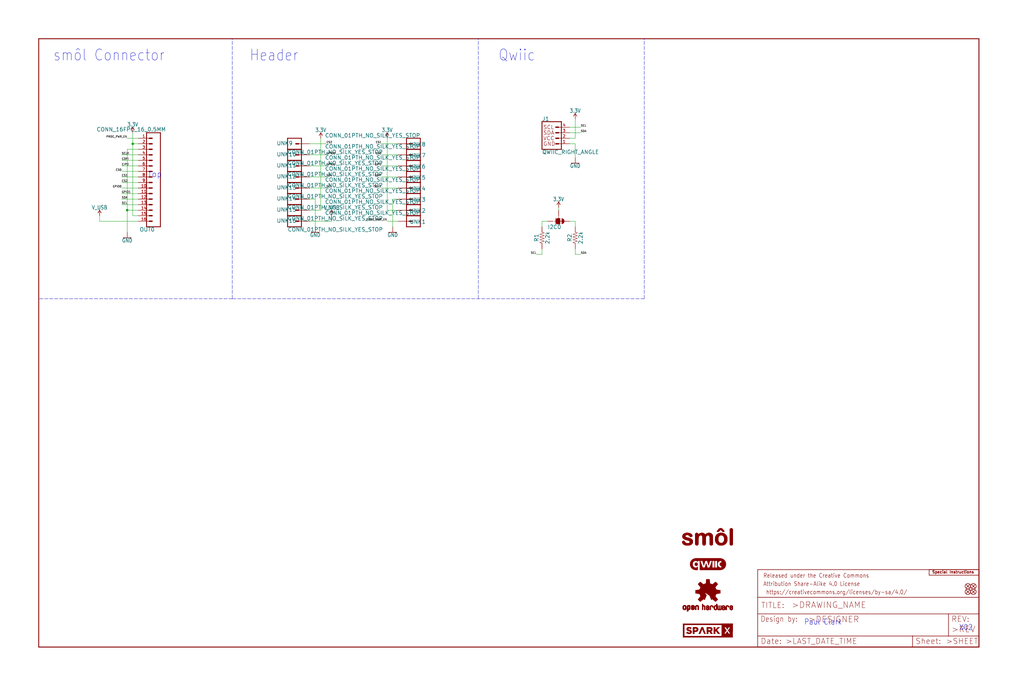
<source format=kicad_sch>
(kicad_sch (version 20211123) (generator eeschema)
  (paper "User" 470.306 317.906)
  (lib_symbols
    (symbol "eagleSchem-eagle-import:2.2KOHM-0603-1{slash}10W-1%"
      (property "Reference" "R" (at 0 1.524 0))
      (property "Value" "2.2KOHM-0603-1{slash}10W-1%" (at 0 -1.524 0))
      (symbol "2.2KOHM-0603-1{slash}10W-1%_1_0"
        (pin passive line (at -5.08 0 0) (length 2.54) (name "1") (number "1"))
        (pin passive line (at 5.08 0 180) (length 2.54) (name "2") (number "2"))
      )
    )
    (symbol "eagleSchem-eagle-import:3.3V" (power)
      (property "Value" "3.3V" (at 0 2.794 0))
      (symbol "3.3V_1_0"
        (pin power_in line (at 0 0 90) (length 2.54) (name "3.3V") (number "1"))
      )
    )
    (symbol "eagleSchem-eagle-import:CONN_01PTH_NO_SILK_YES_STOP"
      (property "Reference" "J" (at -2.54 3.048 0))
      (property "Value" "CONN_01PTH_NO_SILK_YES_STOP" (at -2.54 -4.826 0))
      (symbol "CONN_01PTH_NO_SILK_YES_STOP_1_0"
        (pin passive line (at 7.62 0 180) (length 5.08) (name "1") (number "1"))
      )
    )
    (symbol "eagleSchem-eagle-import:CONN_16FPC_16_0.5MM"
      (property "Reference" "J" (at 0 20.828 0))
      (property "Value" "CONN_16FPC_16_0.5MM" (at 0 -25.146 0))
      (symbol "CONN_16FPC_16_0.5MM_1_0"
        (pin passive line (at 10.16 -20.32 180) (length 5.08) (name "1") (number "1"))
        (pin passive line (at 10.16 2.54 180) (length 5.08) (name "10") (number "10"))
        (pin passive line (at 10.16 5.08 180) (length 5.08) (name "11") (number "11"))
        (pin passive line (at 10.16 7.62 180) (length 5.08) (name "12") (number "12"))
        (pin passive line (at 10.16 10.16 180) (length 5.08) (name "13") (number "13"))
        (pin passive line (at 10.16 12.7 180) (length 5.08) (name "14") (number "14"))
        (pin passive line (at 10.16 15.24 180) (length 5.08) (name "15") (number "15"))
        (pin passive line (at 10.16 17.78 180) (length 5.08) (name "16") (number "16"))
        (pin passive line (at 10.16 -17.78 180) (length 5.08) (name "2") (number "2"))
        (pin passive line (at 10.16 -15.24 180) (length 5.08) (name "3") (number "3"))
        (pin passive line (at 10.16 -12.7 180) (length 5.08) (name "4") (number "4"))
        (pin passive line (at 10.16 -10.16 180) (length 5.08) (name "5") (number "5"))
        (pin passive line (at 10.16 -7.62 180) (length 5.08) (name "6") (number "6"))
        (pin passive line (at 10.16 -5.08 180) (length 5.08) (name "7") (number "7"))
        (pin passive line (at 10.16 -2.54 180) (length 5.08) (name "8") (number "8"))
        (pin passive line (at 10.16 0 180) (length 5.08) (name "9") (number "9"))
      )
    )
    (symbol "eagleSchem-eagle-import:FIDUCIALUFIDUCIAL")
    (symbol "eagleSchem-eagle-import:FRAME-LEDGER"
      (symbol "FRAME-LEDGER_2_0"
        (text " https://creativecommons.org/licenses/by-sa/4.0/" (at 2.54 24.13 0) (effects (font (size 1.9304 1.6408)) (justify left bottom)))
        (text ">DESIGNER" (at 23.114 11.176 0) (effects (font (size 2.7432 2.7432)) (justify left bottom)))
        (text ">DRAWING_NAME" (at 15.494 17.78 0) (effects (font (size 2.7432 2.7432)) (justify left bottom)))
        (text ">LAST_DATE_TIME" (at 12.7 1.27 0) (effects (font (size 2.54 2.54)) (justify left bottom)))
        (text ">REV" (at 88.9 6.604 0) (effects (font (size 2.7432 2.7432)) (justify left bottom)))
        (text ">SHEET" (at 86.36 1.27 0) (effects (font (size 2.54 2.54)) (justify left bottom)))
        (text "Attribution Share-Alike 4.0 License" (at 2.54 27.94 0) (effects (font (size 1.9304 1.6408)) (justify left bottom)))
        (text "Date:" (at 1.27 1.27 0) (effects (font (size 2.54 2.54)) (justify left bottom)))
        (text "Design by:" (at 1.27 11.43 0) (effects (font (size 2.54 2.159)) (justify left bottom)))
        (text "Released under the Creative Commons" (at 2.54 31.75 0) (effects (font (size 1.9304 1.6408)) (justify left bottom)))
        (text "REV:" (at 88.9 11.43 0) (effects (font (size 2.54 2.54)) (justify left bottom)))
        (text "Sheet:" (at 72.39 1.27 0) (effects (font (size 2.54 2.54)) (justify left bottom)))
        (text "TITLE:" (at 1.524 17.78 0) (effects (font (size 2.54 2.54)) (justify left bottom)))
      )
    )
    (symbol "eagleSchem-eagle-import:GND" (power)
      (property "Value" "GND" (at 0 -0.254 0))
      (symbol "GND_1_0"
        (pin power_in line (at 0 2.54 270) (length 2.54) (name "GND") (number "1"))
      )
    )
    (symbol "eagleSchem-eagle-import:JUMPER-SMT_3_2-NC_TRACE_SILK"
      (property "Reference" "JP" (at 2.54 0.381 0))
      (property "Value" "JUMPER-SMT_3_2-NC_TRACE_SILK" (at 2.54 -0.381 0))
      (symbol "JUMPER-SMT_3_2-NC_TRACE_SILK_1_0"
        (pin passive line (at 0 5.08 270) (length 2.54) (name "1") (number "1"))
        (pin passive line (at -5.08 0 0) (length 2.54) (name "2") (number "2"))
        (pin passive line (at 0 -5.08 90) (length 2.54) (name "3") (number "3"))
      )
    )
    (symbol "eagleSchem-eagle-import:OSHW-LOGOMINI")
    (symbol "eagleSchem-eagle-import:QWIIC_CONNECTORJS-1MM"
      (property "Reference" "J" (at -5.08 7.874 0))
      (property "Value" "QWIIC_CONNECTORJS-1MM" (at -5.08 -5.334 0))
      (symbol "QWIIC_CONNECTORJS-1MM_1_0"
        (text "GND" (at -4.572 -2.54 0) (effects (font (size 1.778 1.778)) (justify left)))
        (text "SCL" (at -4.572 5.08 0) (effects (font (size 1.778 1.778)) (justify left)))
        (text "SDA" (at -4.572 2.54 0) (effects (font (size 1.778 1.778)) (justify left)))
        (text "VCC" (at -4.572 0 0) (effects (font (size 1.778 1.778)) (justify left)))
        (pin power_in line (at 7.62 -2.54 180) (length 5.08) (name "1") (number "1"))
        (pin power_in line (at 7.62 0 180) (length 5.08) (name "2") (number "2"))
        (pin passive line (at 7.62 2.54 180) (length 5.08) (name "3") (number "3"))
        (pin passive line (at 7.62 5.08 180) (length 5.08) (name "4") (number "4"))
      )
    )
    (symbol "eagleSchem-eagle-import:QWIIC_LOGO_5MM")
    (symbol "eagleSchem-eagle-import:SMOL_LOGOSMALL")
    (symbol "eagleSchem-eagle-import:SPARKX-LOGO3")
    (symbol "eagleSchem-eagle-import:SPECIAL_INSTRUCTIONS-ORDERING"
      (symbol "SPECIAL_INSTRUCTIONS-ORDERING_1_0"
        (text "Special Instructions" (at 1.27 0.6985 0) (effects (font (size 1.27 1.27) (thickness 0.254) bold) (justify left bottom)))
      )
    )
    (symbol "eagleSchem-eagle-import:V_USB" (power)
      (property "Value" "V_USB" (at 0 2.794 0))
      (symbol "V_USB_1_0"
        (pin power_in line (at 0 0 90) (length 2.54) (name "V_USB") (number "1"))
      )
    )
  )
  (junction (at 60.96 66.04))
  (junction (at 58.42 96.52))
  (wire (pts (xy 248.92 101.6) (xy 248.92 104.14)))
  (wire (pts (xy 147.32 96.52) (xy 147.32 63.5)))
  (wire (pts (xy 63.5 68.58) (xy 58.42 68.58)))
  (wire (pts (xy 182.88 91.44) (xy 180.34 91.44)))
  (wire (pts (xy 63.5 63.5) (xy 58.42 63.5)))
  (wire (pts (xy 152.4 101.6) (xy 152.4 99.06)))
  (wire (pts (xy 182.88 71.12) (xy 175.26 71.12)))
  (polyline (pts (xy 295.91 137.16) (xy 106.68 137.16)))
  (wire (pts (xy 63.5 76.2) (xy 55.88 76.2)))
  (wire (pts (xy 182.88 81.28) (xy 175.26 81.28)))
  (wire (pts (xy 182.88 66.04) (xy 175.26 66.04)))
  (wire (pts (xy 264.16 114.3) (xy 264.16 116.84)))
  (wire (pts (xy 142.24 81.28) (xy 149.86 81.28)))
  (wire (pts (xy 264.16 66.04) (xy 264.16 72.39)))
  (wire (pts (xy 248.92 116.84) (xy 246.38 116.84)))
  (wire (pts (xy 58.42 96.52) (xy 63.5 96.52)))
  (wire (pts (xy 63.5 78.74) (xy 55.88 78.74)))
  (wire (pts (xy 63.5 86.36) (xy 55.88 86.36)))
  (polyline (pts (xy 106.68 137.16) (xy 17.78 137.16)))
  (polyline (pts (xy 295.91 137.16) (xy 295.91 17.78)))
  (wire (pts (xy 63.5 73.66) (xy 55.88 73.66)))
  (wire (pts (xy 58.42 68.58) (xy 58.42 96.52)))
  (wire (pts (xy 261.62 63.5) (xy 264.16 63.5)))
  (wire (pts (xy 63.5 66.04) (xy 60.96 66.04)))
  (wire (pts (xy 58.42 106.68) (xy 58.42 96.52)))
  (wire (pts (xy 251.46 101.6) (xy 248.92 101.6)))
  (wire (pts (xy 63.5 71.12) (xy 55.88 71.12)))
  (wire (pts (xy 248.92 114.3) (xy 248.92 116.84)))
  (wire (pts (xy 142.24 86.36) (xy 149.86 86.36)))
  (wire (pts (xy 63.5 81.28) (xy 55.88 81.28)))
  (wire (pts (xy 142.24 101.6) (xy 152.4 101.6)))
  (wire (pts (xy 177.8 96.52) (xy 177.8 63.5)))
  (wire (pts (xy 142.24 96.52) (xy 147.32 96.52)))
  (wire (pts (xy 63.5 93.98) (xy 55.88 93.98)))
  (wire (pts (xy 261.62 101.6) (xy 264.16 101.6)))
  (wire (pts (xy 142.24 91.44) (xy 144.78 91.44)))
  (wire (pts (xy 142.24 71.12) (xy 149.86 71.12)))
  (wire (pts (xy 60.96 99.06) (xy 60.96 66.04)))
  (wire (pts (xy 264.16 63.5) (xy 264.16 54.61)))
  (polyline (pts (xy 106.68 137.16) (xy 106.68 17.78)))
  (wire (pts (xy 144.78 91.44) (xy 144.78 104.14)))
  (wire (pts (xy 142.24 76.2) (xy 149.86 76.2)))
  (wire (pts (xy 63.5 83.82) (xy 55.88 83.82)))
  (wire (pts (xy 256.54 96.52) (xy 256.54 95.25)))
  (wire (pts (xy 264.16 101.6) (xy 264.16 104.14)))
  (wire (pts (xy 261.62 58.42) (xy 266.7 58.42)))
  (wire (pts (xy 63.5 101.6) (xy 45.72 101.6)))
  (wire (pts (xy 63.5 88.9) (xy 55.88 88.9)))
  (wire (pts (xy 182.88 76.2) (xy 175.26 76.2)))
  (wire (pts (xy 142.24 66.04) (xy 149.86 66.04)))
  (wire (pts (xy 264.16 116.84) (xy 266.7 116.84)))
  (wire (pts (xy 182.88 96.52) (xy 177.8 96.52)))
  (wire (pts (xy 60.96 66.04) (xy 60.96 60.96)))
  (wire (pts (xy 45.72 101.6) (xy 45.72 99.06)))
  (wire (pts (xy 63.5 99.06) (xy 60.96 99.06)))
  (polyline (pts (xy 219.71 137.16) (xy 219.71 17.78)))
  (wire (pts (xy 261.62 66.04) (xy 264.16 66.04)))
  (wire (pts (xy 182.88 101.6) (xy 177.8 101.6)))
  (wire (pts (xy 63.5 91.44) (xy 55.88 91.44)))
  (wire (pts (xy 182.88 86.36) (xy 175.26 86.36)))
  (wire (pts (xy 261.62 60.96) (xy 266.7 60.96)))
  (wire (pts (xy 180.34 91.44) (xy 180.34 104.14)))
  (text "Qwiic" (at 228.854 28.448 180) (effects (font (size 5.08 4.318)) (justify left bottom)))
  (text "smôl Connector" (at 24.384 28.448 180) (effects (font (size 5.08 4.318)) (justify left bottom)))
  (text "Paul Clark" (at 369.316 287.274 180) (effects (font (size 2.54 2.159)) (justify left bottom)))
  (text "X02" (at 440.436 289.814 180) (effects (font (size 2.54 2.159)) (justify left bottom)))
  (text "Header" (at 114.554 28.448 180) (effects (font (size 5.08 4.318)) (justify left bottom)))
  (text "Top" (at 74.422 78.74 180) (effects (font (size 2.54 2.54)) (justify right top)))
  (label "CS1" (at 55.88 81.28 0) (effects (font (size 0.889 0.889))))
  (label "SCLK" (at 175.26 86.36 180) (effects (font (size 0.889 0.889))))
  (label "SCL" (at 149.86 86.36 0) (effects (font (size 0.889 0.889))))
  (label "CS2" (at 149.86 66.04 0) (effects (font (size 0.889 0.889))))
  (label "COPI" (at 55.88 73.66 0) (effects (font (size 0.889 0.889))))
  (label "PROC_PWR_EN" (at 58.42 63.5 180) (effects (font (size 0.889 0.889))))
  (label "SDA" (at 149.86 81.28 0) (effects (font (size 0.889 0.889))))
  (label "COPI" (at 175.26 81.28 180) (effects (font (size 0.889 0.889))))
  (label "GPIO0" (at 55.88 86.36 180) (effects (font (size 0.889 0.889))))
  (label "CS1" (at 175.26 66.04 180) (effects (font (size 0.889 0.889))))
  (label "SDA" (at 55.88 91.44 0) (effects (font (size 0.889 0.889))))
  (label "CIPO" (at 55.88 76.2 0) (effects (font (size 0.889 0.889))))
  (label "CIPO" (at 175.26 76.2 180) (effects (font (size 0.889 0.889))))
  (label "SDA" (at 266.7 116.84 0) (effects (font (size 0.889 0.889))))
  (label "CS0" (at 55.88 78.74 180) (effects (font (size 0.889 0.889))))
  (label "GPIO1" (at 55.88 88.9 0) (effects (font (size 0.889 0.889))))
  (label "PROC_PWR_EN" (at 177.8 101.6 180) (effects (font (size 0.889 0.889))))
  (label "GPIO1" (at 149.86 76.2 0) (effects (font (size 0.889 0.889))))
  (label "GPIO0" (at 149.86 71.12 0) (effects (font (size 0.889 0.889))))
  (label "SCL" (at 55.88 93.98 0) (effects (font (size 0.889 0.889))))
  (label "SDA" (at 266.7 60.96 0) (effects (font (size 0.889 0.889))))
  (label "SCL" (at 266.7 58.42 0) (effects (font (size 0.889 0.889))))
  (label "SCL" (at 246.38 116.84 180) (effects (font (size 0.889 0.889))))
  (label "CS0" (at 175.26 71.12 180) (effects (font (size 0.889 0.889))))
  (label "CS2" (at 55.88 83.82 0) (effects (font (size 0.889 0.889))))
  (label "SCLK" (at 55.88 71.12 0) (effects (font (size 0.889 0.889))))
  (symbol (lib_id "eagleSchem-eagle-import:SPECIAL_INSTRUCTIONS-ORDERING") (at 426.72 264.16 0) (unit 1)
    (property "Reference" "LOGO1" (effects hide))
    (property "Value" "SPECIAL_INSTRUCTIONS-ORDERING" (effects hide))
    (property "Footprint" "eagleSchem:ORDERING_INSTRUCTIONS" (effects hide))
  )
  (symbol (lib_id "eagleSchem-eagle-import:CONN_01PTH_NO_SILK_YES_STOP") (at 190.5 71.12 180) (unit 1)
    (property "Reference" "UNK7" (at 195.58 70.358 0) (effects (font (size 1.778 1.778)) (justify left bottom)))
    (property "Value" "CONN_01PTH_NO_SILK_YES_STOP" (at 193.04 66.294 0) (effects (font (size 1.778 1.778)) (justify left bottom)))
    (property "Footprint" "eagleSchem:1X01_NO_SILK" (effects hide))
  )
  (symbol (lib_id "eagleSchem-eagle-import:GND") (at 58.42 109.22 0) (unit 1)
    (property "Reference" "#GND56" (effects hide))
    (property "Value" "GND" (at 58.42 109.474 0) (effects (font (size 1.778 1.5113)) (justify top)))
    (property "Footprint" "eagleSchem:" (effects hide))
  )
  (symbol (lib_id "eagleSchem-eagle-import:FIDUCIALUFIDUCIAL") (at 444.5 269.24 0) (unit 1)
    (property "Reference" "FD3" (effects hide))
    (property "Value" "FIDUCIALUFIDUCIAL" (effects hide))
    (property "Footprint" "eagleSchem:FIDUCIAL-MICRO" (effects hide))
  )
  (symbol (lib_id "eagleSchem-eagle-import:CONN_01PTH_NO_SILK_YES_STOP") (at 190.5 76.2 180) (unit 1)
    (property "Reference" "UNK6" (at 195.58 75.438 0) (effects (font (size 1.778 1.778)) (justify left bottom)))
    (property "Value" "CONN_01PTH_NO_SILK_YES_STOP" (at 193.04 71.374 0) (effects (font (size 1.778 1.778)) (justify left bottom)))
    (property "Footprint" "eagleSchem:1X01_NO_SILK" (effects hide))
  )
  (symbol (lib_id "eagleSchem-eagle-import:OSHW-LOGOMINI") (at 325.12 271.78 0) (unit 1)
    (property "Reference" "LOGO3" (effects hide))
    (property "Value" "OSHW-LOGOMINI" (effects hide))
    (property "Footprint" "eagleSchem:OSHW-LOGO-MINI" (effects hide))
  )
  (symbol (lib_id "eagleSchem-eagle-import:GND") (at 264.16 74.93 0) (unit 1)
    (property "Reference" "#GND3" (effects hide))
    (property "Value" "GND" (at 264.16 75.184 0) (effects (font (size 1.778 1.5113)) (justify top)))
    (property "Footprint" "eagleSchem:" (effects hide))
  )
  (symbol (lib_id "eagleSchem-eagle-import:CONN_01PTH_NO_SILK_YES_STOP") (at 190.5 66.04 180) (unit 1)
    (property "Reference" "UNK8" (at 195.58 65.278 0) (effects (font (size 1.778 1.778)) (justify left bottom)))
    (property "Value" "CONN_01PTH_NO_SILK_YES_STOP" (at 193.04 61.214 0) (effects (font (size 1.778 1.778)) (justify left bottom)))
    (property "Footprint" "eagleSchem:1X01_NO_SILK" (effects hide))
  )
  (symbol (lib_id "eagleSchem-eagle-import:FIDUCIALUFIDUCIAL") (at 447.04 269.24 0) (unit 1)
    (property "Reference" "FD4" (effects hide))
    (property "Value" "FIDUCIALUFIDUCIAL" (effects hide))
    (property "Footprint" "eagleSchem:FIDUCIAL-MICRO" (effects hide))
  )
  (symbol (lib_id "eagleSchem-eagle-import:FRAME-LEDGER") (at 347.98 297.18 0) (unit 2)
    (property "Reference" "FRAME1" (effects hide))
    (property "Value" "FRAME-LEDGER" (effects hide))
    (property "Footprint" "eagleSchem:CREATIVE_COMMONS" (effects hide))
  )
  (symbol (lib_id "eagleSchem-eagle-import:FRAME-LEDGER") (at 17.78 297.18 0) (unit 1)
    (property "Reference" "FRAME1" (effects hide))
    (property "Value" "FRAME-LEDGER" (effects hide))
    (property "Footprint" "eagleSchem:CREATIVE_COMMONS" (effects hide))
  )
  (symbol (lib_id "eagleSchem-eagle-import:SMOL_LOGOSMALL") (at 325.12 246.38 0) (unit 1)
    (property "Reference" "U$39" (effects hide))
    (property "Value" "SMOL_LOGOSMALL" (effects hide))
    (property "Footprint" "eagleSchem:SMOL_SMALL" (effects hide))
  )
  (symbol (lib_id "eagleSchem-eagle-import:CONN_01PTH_NO_SILK_YES_STOP") (at 190.5 101.6 180) (unit 1)
    (property "Reference" "UNK1" (at 195.58 100.838 0) (effects (font (size 1.778 1.778)) (justify left bottom)))
    (property "Value" "CONN_01PTH_NO_SILK_YES_STOP" (at 193.04 96.774 0) (effects (font (size 1.778 1.778)) (justify left bottom)))
    (property "Footprint" "eagleSchem:1X01_NO_SILK" (effects hide))
  )
  (symbol (lib_id "eagleSchem-eagle-import:CONN_01PTH_NO_SILK_YES_STOP") (at 190.5 96.52 180) (unit 1)
    (property "Reference" "UNK2" (at 195.58 95.758 0) (effects (font (size 1.778 1.778)) (justify left bottom)))
    (property "Value" "CONN_01PTH_NO_SILK_YES_STOP" (at 193.04 91.694 0) (effects (font (size 1.778 1.778)) (justify left bottom)))
    (property "Footprint" "eagleSchem:1X01_NO_SILK" (effects hide))
  )
  (symbol (lib_id "eagleSchem-eagle-import:CONN_01PTH_NO_SILK_YES_STOP") (at 134.62 66.04 0) (unit 1)
    (property "Reference" "UNK9" (at 127 66.802 0) (effects (font (size 1.778 1.778)) (justify left bottom)))
    (property "Value" "CONN_01PTH_NO_SILK_YES_STOP" (at 132.08 70.866 0) (effects (font (size 1.778 1.778)) (justify left bottom)))
    (property "Footprint" "eagleSchem:1X01_NO_SILK" (effects hide))
  )
  (symbol (lib_id "eagleSchem-eagle-import:CONN_01PTH_NO_SILK_YES_STOP") (at 190.5 91.44 180) (unit 1)
    (property "Reference" "UNK3" (at 195.58 90.678 0) (effects (font (size 1.778 1.778)) (justify left bottom)))
    (property "Value" "CONN_01PTH_NO_SILK_YES_STOP" (at 193.04 86.614 0) (effects (font (size 1.778 1.778)) (justify left bottom)))
    (property "Footprint" "eagleSchem:1X01_NO_SILK" (effects hide))
  )
  (symbol (lib_id "eagleSchem-eagle-import:QWIIC_CONNECTORJS-1MM") (at 254 63.5 0) (unit 1)
    (property "Reference" "J1" (at 248.92 55.626 0) (effects (font (size 1.778 1.778)) (justify left bottom)))
    (property "Value" "QWIIC_RIGHT_ANGLE" (at 248.92 68.834 0) (effects (font (size 1.778 1.778)) (justify left top)))
    (property "Footprint" "eagleSchem:JST04_1MM_RA" (effects hide))
  )
  (symbol (lib_id "eagleSchem-eagle-import:3.3V") (at 264.16 54.61 0) (unit 1)
    (property "Reference" "#SUPPLY2" (effects hide))
    (property "Value" "3.3V" (at 264.16 51.816 0) (effects (font (size 1.778 1.5113)) (justify bottom)))
    (property "Footprint" "eagleSchem:" (effects hide))
  )
  (symbol (lib_id "eagleSchem-eagle-import:CONN_01PTH_NO_SILK_YES_STOP") (at 134.62 76.2 0) (unit 1)
    (property "Reference" "UNK11" (at 127 76.962 0) (effects (font (size 1.778 1.778)) (justify left bottom)))
    (property "Value" "CONN_01PTH_NO_SILK_YES_STOP" (at 132.08 81.026 0) (effects (font (size 1.778 1.778)) (justify left bottom)))
    (property "Footprint" "eagleSchem:1X01_NO_SILK" (effects hide))
  )
  (symbol (lib_id "eagleSchem-eagle-import:QWIIC_LOGO_5MM") (at 325.12 259.08 0) (unit 1)
    (property "Reference" "LOGO4" (effects hide))
    (property "Value" "QWIIC_LOGO_5MM" (effects hide))
    (property "Footprint" "eagleSchem:QWIIC_5MM" (effects hide))
  )
  (symbol (lib_id "eagleSchem-eagle-import:GND") (at 144.78 106.68 0) (unit 1)
    (property "Reference" "#GND2" (effects hide))
    (property "Value" "GND" (at 144.78 106.934 0) (effects (font (size 1.778 1.5113)) (justify top)))
    (property "Footprint" "eagleSchem:" (effects hide))
  )
  (symbol (lib_id "eagleSchem-eagle-import:CONN_01PTH_NO_SILK_YES_STOP") (at 134.62 101.6 0) (unit 1)
    (property "Reference" "UNK16" (at 127 102.362 0) (effects (font (size 1.778 1.778)) (justify left bottom)))
    (property "Value" "CONN_01PTH_NO_SILK_YES_STOP" (at 132.08 106.426 0) (effects (font (size 1.778 1.778)) (justify left bottom)))
    (property "Footprint" "eagleSchem:1X01_NO_SILK" (effects hide))
  )
  (symbol (lib_id "eagleSchem-eagle-import:3.3V") (at 60.96 60.96 0) (unit 1)
    (property "Reference" "#SUPPLY22" (effects hide))
    (property "Value" "3.3V" (at 60.96 58.166 0) (effects (font (size 1.778 1.5113)) (justify bottom)))
    (property "Footprint" "eagleSchem:" (effects hide))
  )
  (symbol (lib_id "eagleSchem-eagle-import:FIDUCIALUFIDUCIAL") (at 447.04 271.78 0) (unit 1)
    (property "Reference" "FD1" (effects hide))
    (property "Value" "FIDUCIALUFIDUCIAL" (effects hide))
    (property "Footprint" "eagleSchem:FIDUCIAL-MICRO" (effects hide))
  )
  (symbol (lib_id "eagleSchem-eagle-import:FIDUCIALUFIDUCIAL") (at 444.5 271.78 0) (unit 1)
    (property "Reference" "FD2" (effects hide))
    (property "Value" "FIDUCIALUFIDUCIAL" (effects hide))
    (property "Footprint" "eagleSchem:FIDUCIAL-MICRO" (effects hide))
  )
  (symbol (lib_id "eagleSchem-eagle-import:CONN_01PTH_NO_SILK_YES_STOP") (at 190.5 81.28 180) (unit 1)
    (property "Reference" "UNK5" (at 195.58 80.518 0) (effects (font (size 1.778 1.778)) (justify left bottom)))
    (property "Value" "CONN_01PTH_NO_SILK_YES_STOP" (at 193.04 76.454 0) (effects (font (size 1.778 1.778)) (justify left bottom)))
    (property "Footprint" "eagleSchem:1X01_NO_SILK" (effects hide))
  )
  (symbol (lib_id "eagleSchem-eagle-import:CONN_01PTH_NO_SILK_YES_STOP") (at 134.62 71.12 0) (unit 1)
    (property "Reference" "UNK10" (at 127 71.882 0) (effects (font (size 1.778 1.778)) (justify left bottom)))
    (property "Value" "CONN_01PTH_NO_SILK_YES_STOP" (at 132.08 75.946 0) (effects (font (size 1.778 1.778)) (justify left bottom)))
    (property "Footprint" "eagleSchem:1X01_NO_SILK" (effects hide))
  )
  (symbol (lib_id "eagleSchem-eagle-import:V_USB") (at 45.72 99.06 0) (unit 1)
    (property "Reference" "#SUPPLY27" (effects hide))
    (property "Value" "V_USB" (at 45.72 96.266 0) (effects (font (size 1.778 1.5113)) (justify bottom)))
    (property "Footprint" "eagleSchem:" (effects hide))
  )
  (symbol (lib_id "eagleSchem-eagle-import:CONN_01PTH_NO_SILK_YES_STOP") (at 134.62 91.44 0) (unit 1)
    (property "Reference" "UNK14" (at 127 92.202 0) (effects (font (size 1.778 1.778)) (justify left bottom)))
    (property "Value" "CONN_01PTH_NO_SILK_YES_STOP" (at 132.08 96.266 0) (effects (font (size 1.778 1.778)) (justify left bottom)))
    (property "Footprint" "eagleSchem:1X01_NO_SILK" (effects hide))
  )
  (symbol (lib_id "eagleSchem-eagle-import:OSHW-LOGOMINI") (at 325.12 271.78 0) (unit 1)
    (property "Reference" "LOGO2" (effects hide))
    (property "Value" "OSHW-LOGOMINI" (effects hide))
    (property "Footprint" "eagleSchem:OSHW-LOGO-MINI" (effects hide))
  )
  (symbol (lib_id "eagleSchem-eagle-import:CONN_01PTH_NO_SILK_YES_STOP") (at 134.62 86.36 0) (unit 1)
    (property "Reference" "UNK13" (at 127 87.122 0) (effects (font (size 1.778 1.778)) (justify left bottom)))
    (property "Value" "CONN_01PTH_NO_SILK_YES_STOP" (at 132.08 91.186 0) (effects (font (size 1.778 1.778)) (justify left bottom)))
    (property "Footprint" "eagleSchem:1X01_NO_SILK" (effects hide))
  )
  (symbol (lib_id "eagleSchem-eagle-import:CONN_16FPC_16_0.5MM") (at 73.66 83.82 180) (unit 1)
    (property "Reference" "OUT0" (at 71.12 104.394 0) (effects (font (size 1.778 1.778)) (justify left bottom)))
    (property "Value" "CONN_16FPC_16_0.5MM" (at 76.2 58.42 0) (effects (font (size 1.778 1.778)) (justify left bottom)))
    (property "Footprint" "eagleSchem:FPC_16_0.5MM" (effects hide))
  )
  (symbol (lib_id "eagleSchem-eagle-import:CONN_01PTH_NO_SILK_YES_STOP") (at 134.62 81.28 0) (unit 1)
    (property "Reference" "UNK12" (at 127 82.042 0) (effects (font (size 1.778 1.778)) (justify left bottom)))
    (property "Value" "CONN_01PTH_NO_SILK_YES_STOP" (at 132.08 86.106 0) (effects (font (size 1.778 1.778)) (justify left bottom)))
    (property "Footprint" "eagleSchem:1X01_NO_SILK" (effects hide))
  )
  (symbol (lib_id "eagleSchem-eagle-import:SPARKX-LOGO3") (at 325.12 289.56 0) (unit 1)
    (property "Reference" "U$1" (effects hide))
    (property "Value" "SPARKX-LOGO3" (effects hide))
    (property "Footprint" "eagleSchem:SPARKX-SMALL" (effects hide))
  )
  (symbol (lib_id "eagleSchem-eagle-import:3.3V") (at 177.8 63.5 0) (unit 1)
    (property "Reference" "#SUPPLY1" (effects hide))
    (property "Value" "3.3V" (at 177.8 60.706 0) (effects (font (size 1.778 1.5113)) (justify bottom)))
    (property "Footprint" "eagleSchem:" (effects hide))
  )
  (symbol (lib_id "eagleSchem-eagle-import:JUMPER-SMT_3_2-NC_TRACE_SILK") (at 256.54 101.6 270) (unit 1)
    (property "Reference" "I2C0" (at 257.81 103.251 90) (effects (font (size 1.778 1.778)) (justify right top)))
    (property "Value" "JUMPER-SMT_3_2-NC_TRACE_SILK" (effects hide))
    (property "Footprint" "eagleSchem:SMT-JUMPER_3_2-NC_TRACE_SILK" (effects hide))
  )
  (symbol (lib_id "eagleSchem-eagle-import:V_USB") (at 152.4 99.06 0) (unit 1)
    (property "Reference" "#SUPPLY3" (effects hide))
    (property "Value" "V_USB" (at 152.4 96.266 0) (effects (font (size 1.778 1.5113)) (justify bottom)))
    (property "Footprint" "eagleSchem:" (effects hide))
  )
  (symbol (lib_id "eagleSchem-eagle-import:2.2KOHM-0603-1{slash}10W-1%") (at 264.16 109.22 90) (unit 1)
    (property "Reference" "R2" (at 262.636 109.22 0) (effects (font (size 1.778 1.778)) (justify bottom)))
    (property "Value" "2.2k" (at 265.684 109.22 0) (effects (font (size 1.778 1.778)) (justify top)))
    (property "Footprint" "eagleSchem:0603" (effects hide))
  )
  (symbol (lib_id "eagleSchem-eagle-import:GND") (at 180.34 106.68 0) (unit 1)
    (property "Reference" "#GND1" (effects hide))
    (property "Value" "GND" (at 180.34 106.934 0) (effects (font (size 1.778 1.5113)) (justify top)))
    (property "Footprint" "eagleSchem:" (effects hide))
  )
  (symbol (lib_id "eagleSchem-eagle-import:CONN_01PTH_NO_SILK_YES_STOP") (at 190.5 86.36 180) (unit 1)
    (property "Reference" "UNK4" (at 195.58 85.598 0) (effects (font (size 1.778 1.778)) (justify left bottom)))
    (property "Value" "CONN_01PTH_NO_SILK_YES_STOP" (at 193.04 81.534 0) (effects (font (size 1.778 1.778)) (justify left bottom)))
    (property "Footprint" "eagleSchem:1X01_NO_SILK" (effects hide))
  )
  (symbol (lib_id "eagleSchem-eagle-import:3.3V") (at 147.32 63.5 0) (unit 1)
    (property "Reference" "#SUPPLY4" (effects hide))
    (property "Value" "3.3V" (at 147.32 60.706 0) (effects (font (size 1.778 1.5113)) (justify bottom)))
    (property "Footprint" "eagleSchem:" (effects hide))
  )
  (symbol (lib_id "eagleSchem-eagle-import:CONN_01PTH_NO_SILK_YES_STOP") (at 134.62 96.52 0) (unit 1)
    (property "Reference" "UNK15" (at 127 97.282 0) (effects (font (size 1.778 1.778)) (justify left bottom)))
    (property "Value" "CONN_01PTH_NO_SILK_YES_STOP" (at 132.08 101.346 0) (effects (font (size 1.778 1.778)) (justify left bottom)))
    (property "Footprint" "eagleSchem:1X01_NO_SILK" (effects hide))
  )
  (symbol (lib_id "eagleSchem-eagle-import:2.2KOHM-0603-1{slash}10W-1%") (at 248.92 109.22 90) (unit 1)
    (property "Reference" "R1" (at 247.396 109.22 0) (effects (font (size 1.778 1.778)) (justify bottom)))
    (property "Value" "2.2k" (at 250.444 109.22 0) (effects (font (size 1.778 1.778)) (justify top)))
    (property "Footprint" "eagleSchem:0603" (effects hide))
  )
  (symbol (lib_id "eagleSchem-eagle-import:3.3V") (at 256.54 95.25 0) (unit 1)
    (property "Reference" "#SUPPLY5" (effects hide))
    (property "Value" "3.3V" (at 256.54 92.456 0) (effects (font (size 1.778 1.5113)) (justify bottom)))
    (property "Footprint" "eagleSchem:" (effects hide))
  )
)
</source>
